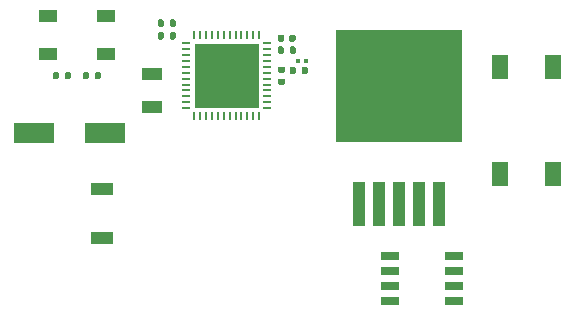
<source format=gbr>
G04 #@! TF.GenerationSoftware,KiCad,Pcbnew,(5.1.9)-1*
G04 #@! TF.CreationDate,2021-07-07T12:50:41-04:00*
G04 #@! TF.ProjectId,ESC_5A,4553435f-3541-42e6-9b69-6361645f7063,rev?*
G04 #@! TF.SameCoordinates,Original*
G04 #@! TF.FileFunction,Paste,Top*
G04 #@! TF.FilePolarity,Positive*
%FSLAX46Y46*%
G04 Gerber Fmt 4.6, Leading zero omitted, Abs format (unit mm)*
G04 Created by KiCad (PCBNEW (5.1.9)-1) date 2021-07-07 12:50:41*
%MOMM*%
%LPD*%
G01*
G04 APERTURE LIST*
%ADD10C,0.100000*%
%ADD11R,1.890000X1.140000*%
%ADD12R,5.499999X5.499999*%
%ADD13R,0.199200X0.704800*%
%ADD14R,0.704800X0.199200*%
%ADD15R,1.400000X2.100000*%
%ADD16R,10.750000X9.450000*%
%ADD17R,1.000000X3.800000*%
%ADD18R,1.500000X0.650000*%
%ADD19R,1.500000X1.000000*%
%ADD20R,0.460000X0.420000*%
%ADD21R,3.400000X1.800000*%
%ADD22R,1.820000X1.070000*%
G04 APERTURE END LIST*
D10*
G04 #@! TO.C,U1*
G36*
X142765000Y-141495000D02*
G01*
X142765000Y-142670000D01*
X143940000Y-142670000D01*
X143940000Y-141495000D01*
X142765000Y-141495000D01*
G37*
X142765000Y-141495000D02*
X142765000Y-142670000D01*
X143940000Y-142670000D01*
X143940000Y-141495000D01*
X142765000Y-141495000D01*
G36*
X142765000Y-142870000D02*
G01*
X142765000Y-144045000D01*
X143940000Y-144045000D01*
X143940000Y-142870000D01*
X142765000Y-142870000D01*
G37*
X142765000Y-142870000D02*
X142765000Y-144045000D01*
X143940000Y-144045000D01*
X143940000Y-142870000D01*
X142765000Y-142870000D01*
G36*
X142765000Y-144245000D02*
G01*
X142765000Y-145420000D01*
X143940000Y-145420000D01*
X143940000Y-144245000D01*
X142765000Y-144245000D01*
G37*
X142765000Y-144245000D02*
X142765000Y-145420000D01*
X143940000Y-145420000D01*
X143940000Y-144245000D01*
X142765000Y-144245000D01*
G36*
X142765000Y-145620000D02*
G01*
X142765000Y-146795000D01*
X143940000Y-146795000D01*
X143940000Y-145620000D01*
X142765000Y-145620000D01*
G37*
X142765000Y-145620000D02*
X142765000Y-146795000D01*
X143940000Y-146795000D01*
X143940000Y-145620000D01*
X142765000Y-145620000D01*
G36*
X144140000Y-141495000D02*
G01*
X144140000Y-142670000D01*
X145315000Y-142670000D01*
X145315000Y-141495000D01*
X144140000Y-141495000D01*
G37*
X144140000Y-141495000D02*
X144140000Y-142670000D01*
X145315000Y-142670000D01*
X145315000Y-141495000D01*
X144140000Y-141495000D01*
G36*
X144140000Y-142870000D02*
G01*
X144140000Y-144045000D01*
X145315000Y-144045000D01*
X145315000Y-142870000D01*
X144140000Y-142870000D01*
G37*
X144140000Y-142870000D02*
X144140000Y-144045000D01*
X145315000Y-144045000D01*
X145315000Y-142870000D01*
X144140000Y-142870000D01*
G36*
X144140000Y-144245000D02*
G01*
X144140000Y-145420000D01*
X145315000Y-145420000D01*
X145315000Y-144245000D01*
X144140000Y-144245000D01*
G37*
X144140000Y-144245000D02*
X144140000Y-145420000D01*
X145315000Y-145420000D01*
X145315000Y-144245000D01*
X144140000Y-144245000D01*
G36*
X144140000Y-145620000D02*
G01*
X144140000Y-146795000D01*
X145315000Y-146795000D01*
X145315000Y-145620000D01*
X144140000Y-145620000D01*
G37*
X144140000Y-145620000D02*
X144140000Y-146795000D01*
X145315000Y-146795000D01*
X145315000Y-145620000D01*
X144140000Y-145620000D01*
G36*
X145515000Y-141495000D02*
G01*
X145515000Y-142670000D01*
X146690000Y-142670000D01*
X146690000Y-141495000D01*
X145515000Y-141495000D01*
G37*
X145515000Y-141495000D02*
X145515000Y-142670000D01*
X146690000Y-142670000D01*
X146690000Y-141495000D01*
X145515000Y-141495000D01*
G36*
X145515000Y-142870000D02*
G01*
X145515000Y-144045000D01*
X146690000Y-144045000D01*
X146690000Y-142870000D01*
X145515000Y-142870000D01*
G37*
X145515000Y-142870000D02*
X145515000Y-144045000D01*
X146690000Y-144045000D01*
X146690000Y-142870000D01*
X145515000Y-142870000D01*
G36*
X145515000Y-144245000D02*
G01*
X145515000Y-145420000D01*
X146690000Y-145420000D01*
X146690000Y-144245000D01*
X145515000Y-144245000D01*
G37*
X145515000Y-144245000D02*
X145515000Y-145420000D01*
X146690000Y-145420000D01*
X146690000Y-144245000D01*
X145515000Y-144245000D01*
G36*
X145515000Y-145620000D02*
G01*
X145515000Y-146795000D01*
X146690000Y-146795000D01*
X146690000Y-145620000D01*
X145515000Y-145620000D01*
G37*
X145515000Y-145620000D02*
X145515000Y-146795000D01*
X146690000Y-146795000D01*
X146690000Y-145620000D01*
X145515000Y-145620000D01*
G36*
X146890000Y-141495000D02*
G01*
X146890000Y-142670000D01*
X148065000Y-142670000D01*
X148065000Y-141495000D01*
X146890000Y-141495000D01*
G37*
X146890000Y-141495000D02*
X146890000Y-142670000D01*
X148065000Y-142670000D01*
X148065000Y-141495000D01*
X146890000Y-141495000D01*
G36*
X146890000Y-142870000D02*
G01*
X146890000Y-144045000D01*
X148065000Y-144045000D01*
X148065000Y-142870000D01*
X146890000Y-142870000D01*
G37*
X146890000Y-142870000D02*
X146890000Y-144045000D01*
X148065000Y-144045000D01*
X148065000Y-142870000D01*
X146890000Y-142870000D01*
G36*
X146890000Y-144245000D02*
G01*
X146890000Y-145420000D01*
X148065000Y-145420000D01*
X148065000Y-144245000D01*
X146890000Y-144245000D01*
G37*
X146890000Y-144245000D02*
X146890000Y-145420000D01*
X148065000Y-145420000D01*
X148065000Y-144245000D01*
X146890000Y-144245000D01*
G36*
X146890000Y-145620000D02*
G01*
X146890000Y-146795000D01*
X148065000Y-146795000D01*
X148065000Y-145620000D01*
X146890000Y-145620000D01*
G37*
X146890000Y-145620000D02*
X146890000Y-146795000D01*
X148065000Y-146795000D01*
X148065000Y-145620000D01*
X146890000Y-145620000D01*
G04 #@! TD*
D11*
G04 #@! TO.C,Z1*
X134855000Y-157910000D03*
X134855000Y-153710000D03*
G04 #@! TD*
D12*
G04 #@! TO.C,U1*
X145415000Y-144145000D03*
D13*
X142665000Y-140692602D03*
X143164999Y-140692602D03*
X143665001Y-140692602D03*
X144165000Y-140692602D03*
X144664999Y-140692602D03*
X145165000Y-140692602D03*
X145665000Y-140692602D03*
X146165001Y-140692602D03*
X146665000Y-140692602D03*
X147164999Y-140692602D03*
X147665001Y-140692602D03*
X148165000Y-140692602D03*
D14*
X148867398Y-141395000D03*
X148867398Y-141894999D03*
X148867398Y-142395001D03*
X148867398Y-142895000D03*
X148867398Y-143394999D03*
X148867398Y-143895000D03*
X148867398Y-144395000D03*
X148867398Y-144895001D03*
X148867398Y-145395000D03*
X148867398Y-145894999D03*
X148867398Y-146395001D03*
X148867398Y-146895000D03*
D13*
X148165000Y-147597398D03*
X147665001Y-147597398D03*
X147164999Y-147597398D03*
X146665000Y-147597398D03*
X146165001Y-147597398D03*
X145665000Y-147597398D03*
X145165000Y-147597398D03*
X144664999Y-147597398D03*
X144165000Y-147597398D03*
X143665001Y-147597398D03*
X143164999Y-147597398D03*
X142665000Y-147597398D03*
D14*
X141962602Y-146895000D03*
X141962602Y-146395001D03*
X141962602Y-145894999D03*
X141962602Y-145395000D03*
X141962602Y-144895001D03*
X141962602Y-144395000D03*
X141962602Y-143895000D03*
X141962602Y-143394999D03*
X141962602Y-142895000D03*
X141962602Y-142395001D03*
X141962602Y-141894999D03*
X141962602Y-141395000D03*
G04 #@! TD*
D15*
G04 #@! TO.C,S1*
X168565000Y-152505000D03*
X168565000Y-143405000D03*
X173065000Y-152505000D03*
X173065000Y-143405000D03*
G04 #@! TD*
G04 #@! TO.C,R12*
G36*
G01*
X140575000Y-140955000D02*
X140575000Y-140585000D01*
G75*
G02*
X140710000Y-140450000I135000J0D01*
G01*
X140980000Y-140450000D01*
G75*
G02*
X141115000Y-140585000I0J-135000D01*
G01*
X141115000Y-140955000D01*
G75*
G02*
X140980000Y-141090000I-135000J0D01*
G01*
X140710000Y-141090000D01*
G75*
G02*
X140575000Y-140955000I0J135000D01*
G01*
G37*
G36*
G01*
X139555000Y-140955000D02*
X139555000Y-140585000D01*
G75*
G02*
X139690000Y-140450000I135000J0D01*
G01*
X139960000Y-140450000D01*
G75*
G02*
X140095000Y-140585000I0J-135000D01*
G01*
X140095000Y-140955000D01*
G75*
G02*
X139960000Y-141090000I-135000J0D01*
G01*
X139690000Y-141090000D01*
G75*
G02*
X139555000Y-140955000I0J135000D01*
G01*
G37*
G04 #@! TD*
G04 #@! TO.C,R11*
G36*
G01*
X140575000Y-139885000D02*
X140575000Y-139515000D01*
G75*
G02*
X140710000Y-139380000I135000J0D01*
G01*
X140980000Y-139380000D01*
G75*
G02*
X141115000Y-139515000I0J-135000D01*
G01*
X141115000Y-139885000D01*
G75*
G02*
X140980000Y-140020000I-135000J0D01*
G01*
X140710000Y-140020000D01*
G75*
G02*
X140575000Y-139885000I0J135000D01*
G01*
G37*
G36*
G01*
X139555000Y-139885000D02*
X139555000Y-139515000D01*
G75*
G02*
X139690000Y-139380000I135000J0D01*
G01*
X139960000Y-139380000D01*
G75*
G02*
X140095000Y-139515000I0J-135000D01*
G01*
X140095000Y-139885000D01*
G75*
G02*
X139960000Y-140020000I-135000J0D01*
G01*
X139690000Y-140020000D01*
G75*
G02*
X139555000Y-139885000I0J135000D01*
G01*
G37*
G04 #@! TD*
G04 #@! TO.C,R10*
G36*
G01*
X150245000Y-143905000D02*
X149875000Y-143905000D01*
G75*
G02*
X149740000Y-143770000I0J135000D01*
G01*
X149740000Y-143500000D01*
G75*
G02*
X149875000Y-143365000I135000J0D01*
G01*
X150245000Y-143365000D01*
G75*
G02*
X150380000Y-143500000I0J-135000D01*
G01*
X150380000Y-143770000D01*
G75*
G02*
X150245000Y-143905000I-135000J0D01*
G01*
G37*
G36*
G01*
X150245000Y-144925000D02*
X149875000Y-144925000D01*
G75*
G02*
X149740000Y-144790000I0J135000D01*
G01*
X149740000Y-144520000D01*
G75*
G02*
X149875000Y-144385000I135000J0D01*
G01*
X150245000Y-144385000D01*
G75*
G02*
X150380000Y-144520000I0J-135000D01*
G01*
X150380000Y-144790000D01*
G75*
G02*
X150245000Y-144925000I-135000J0D01*
G01*
G37*
G04 #@! TD*
G04 #@! TO.C,R8*
G36*
G01*
X151755000Y-143895000D02*
X151755000Y-143525000D01*
G75*
G02*
X151890000Y-143390000I135000J0D01*
G01*
X152160000Y-143390000D01*
G75*
G02*
X152295000Y-143525000I0J-135000D01*
G01*
X152295000Y-143895000D01*
G75*
G02*
X152160000Y-144030000I-135000J0D01*
G01*
X151890000Y-144030000D01*
G75*
G02*
X151755000Y-143895000I0J135000D01*
G01*
G37*
G36*
G01*
X150735000Y-143895000D02*
X150735000Y-143525000D01*
G75*
G02*
X150870000Y-143390000I135000J0D01*
G01*
X151140000Y-143390000D01*
G75*
G02*
X151275000Y-143525000I0J-135000D01*
G01*
X151275000Y-143895000D01*
G75*
G02*
X151140000Y-144030000I-135000J0D01*
G01*
X150870000Y-144030000D01*
G75*
G02*
X150735000Y-143895000I0J135000D01*
G01*
G37*
G04 #@! TD*
G04 #@! TO.C,R5*
G36*
G01*
X150735000Y-142175000D02*
X150735000Y-141805000D01*
G75*
G02*
X150870000Y-141670000I135000J0D01*
G01*
X151140000Y-141670000D01*
G75*
G02*
X151275000Y-141805000I0J-135000D01*
G01*
X151275000Y-142175000D01*
G75*
G02*
X151140000Y-142310000I-135000J0D01*
G01*
X150870000Y-142310000D01*
G75*
G02*
X150735000Y-142175000I0J135000D01*
G01*
G37*
G36*
G01*
X149715000Y-142175000D02*
X149715000Y-141805000D01*
G75*
G02*
X149850000Y-141670000I135000J0D01*
G01*
X150120000Y-141670000D01*
G75*
G02*
X150255000Y-141805000I0J-135000D01*
G01*
X150255000Y-142175000D01*
G75*
G02*
X150120000Y-142310000I-135000J0D01*
G01*
X149850000Y-142310000D01*
G75*
G02*
X149715000Y-142175000I0J135000D01*
G01*
G37*
G04 #@! TD*
G04 #@! TO.C,R3*
G36*
G01*
X133745000Y-143960000D02*
X133745000Y-144330000D01*
G75*
G02*
X133610000Y-144465000I-135000J0D01*
G01*
X133340000Y-144465000D01*
G75*
G02*
X133205000Y-144330000I0J135000D01*
G01*
X133205000Y-143960000D01*
G75*
G02*
X133340000Y-143825000I135000J0D01*
G01*
X133610000Y-143825000D01*
G75*
G02*
X133745000Y-143960000I0J-135000D01*
G01*
G37*
G36*
G01*
X134765000Y-143960000D02*
X134765000Y-144330000D01*
G75*
G02*
X134630000Y-144465000I-135000J0D01*
G01*
X134360000Y-144465000D01*
G75*
G02*
X134225000Y-144330000I0J135000D01*
G01*
X134225000Y-143960000D01*
G75*
G02*
X134360000Y-143825000I135000J0D01*
G01*
X134630000Y-143825000D01*
G75*
G02*
X134765000Y-143960000I0J-135000D01*
G01*
G37*
G04 #@! TD*
G04 #@! TO.C,R1*
G36*
G01*
X131685000Y-144330000D02*
X131685000Y-143960000D01*
G75*
G02*
X131820000Y-143825000I135000J0D01*
G01*
X132090000Y-143825000D01*
G75*
G02*
X132225000Y-143960000I0J-135000D01*
G01*
X132225000Y-144330000D01*
G75*
G02*
X132090000Y-144465000I-135000J0D01*
G01*
X131820000Y-144465000D01*
G75*
G02*
X131685000Y-144330000I0J135000D01*
G01*
G37*
G36*
G01*
X130665000Y-144330000D02*
X130665000Y-143960000D01*
G75*
G02*
X130800000Y-143825000I135000J0D01*
G01*
X131070000Y-143825000D01*
G75*
G02*
X131205000Y-143960000I0J-135000D01*
G01*
X131205000Y-144330000D01*
G75*
G02*
X131070000Y-144465000I-135000J0D01*
G01*
X130800000Y-144465000D01*
G75*
G02*
X130665000Y-144330000I0J135000D01*
G01*
G37*
G04 #@! TD*
D16*
G04 #@! TO.C,IC3*
X160020000Y-145002000D03*
D17*
X163420000Y-155002000D03*
X161720000Y-155002000D03*
X160020000Y-155002000D03*
X158320000Y-155002000D03*
X156620000Y-155002000D03*
G04 #@! TD*
D18*
G04 #@! TO.C,IC2*
X164625000Y-159385000D03*
X164625000Y-160655000D03*
X164625000Y-161925000D03*
X164625000Y-163195000D03*
X159225000Y-163195000D03*
X159225000Y-161925000D03*
X159225000Y-160655000D03*
X159225000Y-159385000D03*
G04 #@! TD*
D19*
G04 #@! TO.C,D1*
X130265000Y-139070000D03*
X130265000Y-142270000D03*
X135165000Y-139070000D03*
X135165000Y-142270000D03*
G04 #@! TD*
D20*
G04 #@! TO.C,C13*
X151435000Y-142875000D03*
X152095000Y-142875000D03*
G04 #@! TD*
G04 #@! TO.C,C12*
G36*
G01*
X150695000Y-141140000D02*
X150695000Y-140800000D01*
G75*
G02*
X150835000Y-140660000I140000J0D01*
G01*
X151115000Y-140660000D01*
G75*
G02*
X151255000Y-140800000I0J-140000D01*
G01*
X151255000Y-141140000D01*
G75*
G02*
X151115000Y-141280000I-140000J0D01*
G01*
X150835000Y-141280000D01*
G75*
G02*
X150695000Y-141140000I0J140000D01*
G01*
G37*
G36*
G01*
X149735000Y-141140000D02*
X149735000Y-140800000D01*
G75*
G02*
X149875000Y-140660000I140000J0D01*
G01*
X150155000Y-140660000D01*
G75*
G02*
X150295000Y-140800000I0J-140000D01*
G01*
X150295000Y-141140000D01*
G75*
G02*
X150155000Y-141280000I-140000J0D01*
G01*
X149875000Y-141280000D01*
G75*
G02*
X149735000Y-141140000I0J140000D01*
G01*
G37*
G04 #@! TD*
D21*
G04 #@! TO.C,C11*
X129080000Y-149025000D03*
X135080000Y-149025000D03*
G04 #@! TD*
D22*
G04 #@! TO.C,C3*
X139065000Y-144035000D03*
X139065000Y-146795000D03*
G04 #@! TD*
M02*

</source>
